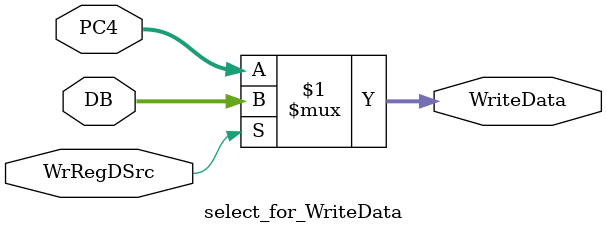
<source format=v>
module select_for_WriteData(
	input [31:0] PC4,
	input [31:0] DB,
	input WrRegDSrc,
	output [31:0] WriteData
);
    assign WriteData=WrRegDSrc?DB:PC4;
endmodule
</source>
